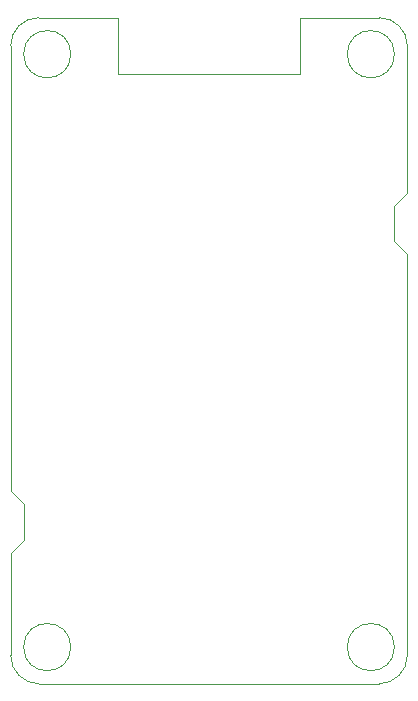
<source format=gm1>
G04 #@! TF.GenerationSoftware,KiCad,Pcbnew,8.0.0-rc2-494-g6bc7bcffef*
G04 #@! TF.CreationDate,2024-03-15T23:56:00+00:00*
G04 #@! TF.ProjectId,Wakeboard,57616b65-626f-4617-9264-2e6b69636164,rev?*
G04 #@! TF.SameCoordinates,Original*
G04 #@! TF.FileFunction,Profile,NP*
%FSLAX46Y46*%
G04 Gerber Fmt 4.6, Leading zero omitted, Abs format (unit mm)*
G04 Created by KiCad (PCBNEW 8.0.0-rc2-494-g6bc7bcffef) date 2024-03-15 23:56:00*
%MOMM*%
%LPD*%
G01*
G04 APERTURE LIST*
G04 #@! TA.AperFunction,Profile*
%ADD10C,0.100000*%
G04 #@! TD*
G04 APERTURE END LIST*
D10*
X141900000Y-43750000D02*
G75*
G02*
X144300000Y-46150000I0J-2400000D01*
G01*
X143200000Y-97050000D02*
G75*
G02*
X139200000Y-97050000I-2000000J0D01*
G01*
X139200000Y-97050000D02*
G75*
G02*
X143200000Y-97050000I2000000J0D01*
G01*
X115800002Y-97050002D02*
G75*
G02*
X111799998Y-97050002I-2000002J0D01*
G01*
X111799998Y-97050002D02*
G75*
G02*
X115800002Y-97050002I2000002J0D01*
G01*
X115800000Y-46850000D02*
G75*
G02*
X111799996Y-46850000I-2000002J0D01*
G01*
X111799996Y-46850000D02*
G75*
G02*
X115800000Y-46850000I2000002J0D01*
G01*
X143200002Y-46850002D02*
G75*
G02*
X139199998Y-46850002I-2000002J0D01*
G01*
X139199998Y-46850002D02*
G75*
G02*
X143200002Y-46850002I2000002J0D01*
G01*
X110700000Y-97750000D02*
X110700000Y-89050000D01*
X110700000Y-83850000D02*
X110697041Y-46147028D01*
X111800000Y-84950000D02*
X110700000Y-83850000D01*
X111800000Y-87950000D02*
X110700000Y-89050000D01*
X111800000Y-84950000D02*
X111800000Y-87950000D01*
X143200000Y-59700000D02*
X143200000Y-62700000D01*
X135200000Y-48500000D02*
X119800000Y-48500000D01*
X144300000Y-46150000D02*
X144300000Y-58600000D01*
X144300000Y-63800000D02*
X144300000Y-97750000D01*
X144300000Y-58600000D02*
X143200000Y-59700000D01*
X113100000Y-100150000D02*
G75*
G02*
X110699956Y-97750000I0J2400044D01*
G01*
X119800000Y-48500000D02*
X119800000Y-43750000D01*
X144300000Y-97750000D02*
G75*
G02*
X141900000Y-100150000I-2400000J0D01*
G01*
X110697041Y-46147028D02*
G75*
G02*
X113097041Y-43747072I2400000J-44D01*
G01*
X113100000Y-100150000D02*
X141900000Y-100150000D01*
X135200000Y-43750000D02*
X141900000Y-43750000D01*
X119800000Y-43750000D02*
X113100000Y-43750000D01*
X135200000Y-43750000D02*
X135200000Y-48500000D01*
X143200000Y-62700000D02*
X144300000Y-63800000D01*
M02*

</source>
